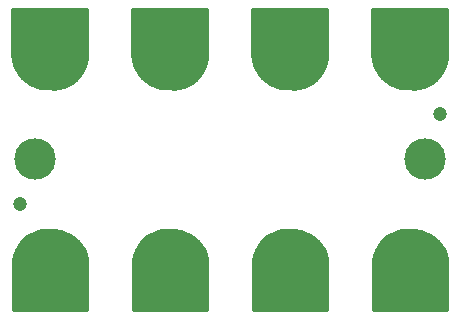
<source format=gbs>
G75*
%MOIN*%
%OFA0B0*%
%FSLAX25Y25*%
%IPPOS*%
%LPD*%
%AMOC8*
5,1,8,0,0,1.08239X$1,22.5*
%
%ADD10C,0.13800*%
%ADD11C,0.04737*%
%ADD12C,0.20800*%
%ADD13C,0.01000*%
D10*
X0148333Y0346400D03*
X0278333Y0346400D03*
D11*
X0283333Y0361400D03*
X0143333Y0331400D03*
D12*
X0153333Y0310400D03*
X0193333Y0310400D03*
X0233333Y0310400D03*
X0273333Y0310400D03*
X0273333Y0382400D03*
X0233333Y0382400D03*
X0193333Y0382400D03*
X0153333Y0382400D03*
D13*
X0141033Y0311200D02*
X0141033Y0296200D01*
X0165833Y0296200D01*
X0165833Y0311600D01*
X0165628Y0313273D01*
X0165186Y0314900D01*
X0164518Y0316448D01*
X0163636Y0317884D01*
X0162558Y0319181D01*
X0161307Y0320311D01*
X0159908Y0321251D01*
X0158389Y0321983D01*
X0156782Y0322491D01*
X0155119Y0322765D01*
X0153433Y0322800D01*
X0151833Y0322846D01*
X0150243Y0322666D01*
X0148694Y0322262D01*
X0147218Y0321643D01*
X0145845Y0320821D01*
X0144601Y0319813D01*
X0143513Y0318640D01*
X0142602Y0317324D01*
X0141886Y0315893D01*
X0141380Y0314374D01*
X0141094Y0312799D01*
X0141033Y0311200D01*
X0141040Y0311378D02*
X0165833Y0311378D01*
X0165833Y0310379D02*
X0141033Y0310379D01*
X0141033Y0309381D02*
X0165833Y0309381D01*
X0165833Y0308382D02*
X0141033Y0308382D01*
X0141033Y0307384D02*
X0165833Y0307384D01*
X0165833Y0306385D02*
X0141033Y0306385D01*
X0141033Y0305387D02*
X0165833Y0305387D01*
X0165833Y0304388D02*
X0141033Y0304388D01*
X0141033Y0303390D02*
X0165833Y0303390D01*
X0165833Y0302391D02*
X0141033Y0302391D01*
X0141033Y0301393D02*
X0165833Y0301393D01*
X0165833Y0300394D02*
X0141033Y0300394D01*
X0141033Y0299396D02*
X0165833Y0299396D01*
X0165833Y0298397D02*
X0141033Y0298397D01*
X0141033Y0297399D02*
X0165833Y0297399D01*
X0165833Y0296400D02*
X0141033Y0296400D01*
X0141078Y0312376D02*
X0165738Y0312376D01*
X0165600Y0313375D02*
X0141198Y0313375D01*
X0141380Y0314373D02*
X0165329Y0314373D01*
X0164983Y0315372D02*
X0141712Y0315372D01*
X0142125Y0316370D02*
X0164551Y0316370D01*
X0163952Y0317369D02*
X0142633Y0317369D01*
X0143324Y0318367D02*
X0163234Y0318367D01*
X0162353Y0319366D02*
X0144186Y0319366D01*
X0145281Y0320364D02*
X0161228Y0320364D01*
X0159677Y0321363D02*
X0146750Y0321363D01*
X0149076Y0322361D02*
X0157193Y0322361D01*
X0181380Y0314374D02*
X0181886Y0315893D01*
X0182602Y0317324D01*
X0183513Y0318640D01*
X0184601Y0319813D01*
X0185845Y0320821D01*
X0187218Y0321643D01*
X0188694Y0322262D01*
X0190243Y0322666D01*
X0191833Y0322846D01*
X0193433Y0322800D01*
X0195119Y0322765D01*
X0196782Y0322491D01*
X0198389Y0321983D01*
X0199908Y0321251D01*
X0201307Y0320311D01*
X0202558Y0319181D01*
X0203636Y0317884D01*
X0204518Y0316448D01*
X0205186Y0314900D01*
X0205628Y0313273D01*
X0205833Y0311600D01*
X0205833Y0296200D01*
X0181033Y0296200D01*
X0181033Y0311200D01*
X0181094Y0312799D01*
X0181380Y0314374D01*
X0181380Y0314373D02*
X0205329Y0314373D01*
X0205600Y0313375D02*
X0181198Y0313375D01*
X0181078Y0312376D02*
X0205738Y0312376D01*
X0205833Y0311378D02*
X0181040Y0311378D01*
X0181033Y0310379D02*
X0205833Y0310379D01*
X0205833Y0309381D02*
X0181033Y0309381D01*
X0181033Y0308382D02*
X0205833Y0308382D01*
X0205833Y0307384D02*
X0181033Y0307384D01*
X0181033Y0306385D02*
X0205833Y0306385D01*
X0205833Y0305387D02*
X0181033Y0305387D01*
X0181033Y0304388D02*
X0205833Y0304388D01*
X0205833Y0303390D02*
X0181033Y0303390D01*
X0181033Y0302391D02*
X0205833Y0302391D01*
X0205833Y0301393D02*
X0181033Y0301393D01*
X0181033Y0300394D02*
X0205833Y0300394D01*
X0205833Y0299396D02*
X0181033Y0299396D01*
X0181033Y0298397D02*
X0205833Y0298397D01*
X0205833Y0297399D02*
X0181033Y0297399D01*
X0181033Y0296400D02*
X0205833Y0296400D01*
X0221033Y0296400D02*
X0245833Y0296400D01*
X0245833Y0296200D02*
X0245833Y0311600D01*
X0245628Y0313273D01*
X0245186Y0314900D01*
X0244518Y0316448D01*
X0243636Y0317884D01*
X0242558Y0319181D01*
X0241307Y0320311D01*
X0239908Y0321251D01*
X0238389Y0321983D01*
X0236782Y0322491D01*
X0235119Y0322765D01*
X0233433Y0322800D01*
X0231833Y0322846D01*
X0230243Y0322666D01*
X0228694Y0322262D01*
X0227218Y0321643D01*
X0225845Y0320821D01*
X0224601Y0319813D01*
X0223513Y0318640D01*
X0222602Y0317324D01*
X0221886Y0315893D01*
X0221380Y0314374D01*
X0221094Y0312799D01*
X0221033Y0311200D01*
X0221033Y0296200D01*
X0245833Y0296200D01*
X0245833Y0297399D02*
X0221033Y0297399D01*
X0221033Y0298397D02*
X0245833Y0298397D01*
X0245833Y0299396D02*
X0221033Y0299396D01*
X0221033Y0300394D02*
X0245833Y0300394D01*
X0245833Y0301393D02*
X0221033Y0301393D01*
X0221033Y0302391D02*
X0245833Y0302391D01*
X0245833Y0303390D02*
X0221033Y0303390D01*
X0221033Y0304388D02*
X0245833Y0304388D01*
X0245833Y0305387D02*
X0221033Y0305387D01*
X0221033Y0306385D02*
X0245833Y0306385D01*
X0245833Y0307384D02*
X0221033Y0307384D01*
X0221033Y0308382D02*
X0245833Y0308382D01*
X0245833Y0309381D02*
X0221033Y0309381D01*
X0221033Y0310379D02*
X0245833Y0310379D01*
X0245833Y0311378D02*
X0221040Y0311378D01*
X0221078Y0312376D02*
X0245738Y0312376D01*
X0245600Y0313375D02*
X0221198Y0313375D01*
X0221380Y0314373D02*
X0245329Y0314373D01*
X0244983Y0315372D02*
X0221712Y0315372D01*
X0222125Y0316370D02*
X0244551Y0316370D01*
X0243952Y0317369D02*
X0222633Y0317369D01*
X0223324Y0318367D02*
X0243234Y0318367D01*
X0242353Y0319366D02*
X0224186Y0319366D01*
X0225281Y0320364D02*
X0241228Y0320364D01*
X0239677Y0321363D02*
X0226750Y0321363D01*
X0229076Y0322361D02*
X0237193Y0322361D01*
X0261380Y0314374D02*
X0261886Y0315893D01*
X0262602Y0317324D01*
X0263513Y0318640D01*
X0264601Y0319813D01*
X0265845Y0320821D01*
X0267218Y0321643D01*
X0268694Y0322262D01*
X0270243Y0322666D01*
X0271833Y0322846D01*
X0273433Y0322800D01*
X0275119Y0322765D01*
X0276782Y0322491D01*
X0278389Y0321983D01*
X0279908Y0321251D01*
X0281307Y0320311D01*
X0282558Y0319181D01*
X0283636Y0317884D01*
X0284518Y0316448D01*
X0285186Y0314900D01*
X0285628Y0313273D01*
X0285833Y0311600D01*
X0285833Y0296200D01*
X0261033Y0296200D01*
X0261033Y0311200D01*
X0261094Y0312799D01*
X0261380Y0314374D01*
X0261380Y0314373D02*
X0285329Y0314373D01*
X0285600Y0313375D02*
X0261198Y0313375D01*
X0261078Y0312376D02*
X0285738Y0312376D01*
X0285833Y0311378D02*
X0261040Y0311378D01*
X0261033Y0310379D02*
X0285833Y0310379D01*
X0285833Y0309381D02*
X0261033Y0309381D01*
X0261033Y0308382D02*
X0285833Y0308382D01*
X0285833Y0307384D02*
X0261033Y0307384D01*
X0261033Y0306385D02*
X0285833Y0306385D01*
X0285833Y0305387D02*
X0261033Y0305387D01*
X0261033Y0304388D02*
X0285833Y0304388D01*
X0285833Y0303390D02*
X0261033Y0303390D01*
X0261033Y0302391D02*
X0285833Y0302391D01*
X0285833Y0301393D02*
X0261033Y0301393D01*
X0261033Y0300394D02*
X0285833Y0300394D01*
X0285833Y0299396D02*
X0261033Y0299396D01*
X0261033Y0298397D02*
X0285833Y0298397D01*
X0285833Y0297399D02*
X0261033Y0297399D01*
X0261033Y0296400D02*
X0285833Y0296400D01*
X0284983Y0315372D02*
X0261712Y0315372D01*
X0262125Y0316370D02*
X0284551Y0316370D01*
X0283952Y0317369D02*
X0262633Y0317369D01*
X0263324Y0318367D02*
X0283234Y0318367D01*
X0282353Y0319366D02*
X0264186Y0319366D01*
X0265281Y0320364D02*
X0281228Y0320364D01*
X0279677Y0321363D02*
X0266750Y0321363D01*
X0269076Y0322361D02*
X0277193Y0322361D01*
X0274833Y0369954D02*
X0273233Y0370000D01*
X0271548Y0370035D01*
X0269885Y0370309D01*
X0268277Y0370817D01*
X0266759Y0371549D01*
X0265359Y0372489D01*
X0264108Y0373619D01*
X0263031Y0374916D01*
X0262149Y0376352D01*
X0261480Y0377900D01*
X0261039Y0379527D01*
X0260833Y0381200D01*
X0260833Y0396600D01*
X0285633Y0396600D01*
X0285633Y0381600D01*
X0285573Y0380001D01*
X0285287Y0378426D01*
X0284781Y0376907D01*
X0284065Y0375476D01*
X0283153Y0374160D01*
X0282065Y0372987D01*
X0280822Y0371979D01*
X0279448Y0371157D01*
X0277972Y0370538D01*
X0276423Y0370134D01*
X0274833Y0369954D01*
X0277020Y0370290D02*
X0270000Y0370290D01*
X0267299Y0371288D02*
X0279667Y0371288D01*
X0281202Y0372287D02*
X0265661Y0372287D01*
X0264478Y0373285D02*
X0282342Y0373285D01*
X0283239Y0374284D02*
X0263556Y0374284D01*
X0262806Y0375282D02*
X0283931Y0375282D01*
X0284467Y0376281D02*
X0262193Y0376281D01*
X0261748Y0377279D02*
X0284905Y0377279D01*
X0285237Y0378278D02*
X0261378Y0378278D01*
X0261107Y0379276D02*
X0285441Y0379276D01*
X0285583Y0380275D02*
X0260947Y0380275D01*
X0260833Y0381273D02*
X0285621Y0381273D01*
X0285633Y0382272D02*
X0260833Y0382272D01*
X0260833Y0383270D02*
X0285633Y0383270D01*
X0285633Y0384269D02*
X0260833Y0384269D01*
X0260833Y0385268D02*
X0285633Y0385268D01*
X0285633Y0386266D02*
X0260833Y0386266D01*
X0260833Y0387265D02*
X0285633Y0387265D01*
X0285633Y0388263D02*
X0260833Y0388263D01*
X0260833Y0389262D02*
X0285633Y0389262D01*
X0285633Y0390260D02*
X0260833Y0390260D01*
X0260833Y0391259D02*
X0285633Y0391259D01*
X0285633Y0392257D02*
X0260833Y0392257D01*
X0260833Y0393256D02*
X0285633Y0393256D01*
X0285633Y0394254D02*
X0260833Y0394254D01*
X0260833Y0395253D02*
X0285633Y0395253D01*
X0285633Y0396251D02*
X0260833Y0396251D01*
X0245633Y0396251D02*
X0220833Y0396251D01*
X0220833Y0396600D02*
X0220833Y0381200D01*
X0221039Y0379527D01*
X0221480Y0377900D01*
X0222149Y0376352D01*
X0223031Y0374916D01*
X0224108Y0373619D01*
X0225359Y0372489D01*
X0226759Y0371549D01*
X0228277Y0370817D01*
X0229885Y0370309D01*
X0231548Y0370035D01*
X0233233Y0370000D01*
X0234833Y0369954D01*
X0236423Y0370134D01*
X0237972Y0370538D01*
X0239448Y0371157D01*
X0240822Y0371979D01*
X0242065Y0372987D01*
X0243153Y0374160D01*
X0244065Y0375476D01*
X0244781Y0376907D01*
X0245287Y0378426D01*
X0245573Y0380001D01*
X0245633Y0381600D01*
X0245633Y0396600D01*
X0220833Y0396600D01*
X0220833Y0395253D02*
X0245633Y0395253D01*
X0245633Y0394254D02*
X0220833Y0394254D01*
X0220833Y0393256D02*
X0245633Y0393256D01*
X0245633Y0392257D02*
X0220833Y0392257D01*
X0220833Y0391259D02*
X0245633Y0391259D01*
X0245633Y0390260D02*
X0220833Y0390260D01*
X0220833Y0389262D02*
X0245633Y0389262D01*
X0245633Y0388263D02*
X0220833Y0388263D01*
X0220833Y0387265D02*
X0245633Y0387265D01*
X0245633Y0386266D02*
X0220833Y0386266D01*
X0220833Y0385268D02*
X0245633Y0385268D01*
X0245633Y0384269D02*
X0220833Y0384269D01*
X0220833Y0383270D02*
X0245633Y0383270D01*
X0245633Y0382272D02*
X0220833Y0382272D01*
X0220833Y0381273D02*
X0245621Y0381273D01*
X0245583Y0380275D02*
X0220947Y0380275D01*
X0221107Y0379276D02*
X0245441Y0379276D01*
X0245237Y0378278D02*
X0221378Y0378278D01*
X0221748Y0377279D02*
X0244905Y0377279D01*
X0244467Y0376281D02*
X0222193Y0376281D01*
X0222806Y0375282D02*
X0243931Y0375282D01*
X0243239Y0374284D02*
X0223556Y0374284D01*
X0224478Y0373285D02*
X0242342Y0373285D01*
X0241202Y0372287D02*
X0225661Y0372287D01*
X0227299Y0371288D02*
X0239667Y0371288D01*
X0237020Y0370290D02*
X0230000Y0370290D01*
X0205287Y0378426D02*
X0204781Y0376907D01*
X0204065Y0375476D01*
X0203153Y0374160D01*
X0202065Y0372987D01*
X0200822Y0371979D01*
X0199448Y0371157D01*
X0197972Y0370538D01*
X0196423Y0370134D01*
X0194833Y0369954D01*
X0193233Y0370000D01*
X0191548Y0370035D01*
X0189885Y0370309D01*
X0188277Y0370817D01*
X0186759Y0371549D01*
X0185359Y0372489D01*
X0184108Y0373619D01*
X0183031Y0374916D01*
X0182149Y0376352D01*
X0181480Y0377900D01*
X0181039Y0379527D01*
X0180833Y0381200D01*
X0180833Y0396600D01*
X0205633Y0396600D01*
X0205633Y0381600D01*
X0205573Y0380001D01*
X0205287Y0378426D01*
X0205237Y0378278D02*
X0181378Y0378278D01*
X0181107Y0379276D02*
X0205441Y0379276D01*
X0205583Y0380275D02*
X0180947Y0380275D01*
X0180833Y0381273D02*
X0205621Y0381273D01*
X0205633Y0382272D02*
X0180833Y0382272D01*
X0180833Y0383270D02*
X0205633Y0383270D01*
X0205633Y0384269D02*
X0180833Y0384269D01*
X0180833Y0385268D02*
X0205633Y0385268D01*
X0205633Y0386266D02*
X0180833Y0386266D01*
X0180833Y0387265D02*
X0205633Y0387265D01*
X0205633Y0388263D02*
X0180833Y0388263D01*
X0180833Y0389262D02*
X0205633Y0389262D01*
X0205633Y0390260D02*
X0180833Y0390260D01*
X0180833Y0391259D02*
X0205633Y0391259D01*
X0205633Y0392257D02*
X0180833Y0392257D01*
X0180833Y0393256D02*
X0205633Y0393256D01*
X0205633Y0394254D02*
X0180833Y0394254D01*
X0180833Y0395253D02*
X0205633Y0395253D01*
X0205633Y0396251D02*
X0180833Y0396251D01*
X0165633Y0396251D02*
X0140833Y0396251D01*
X0140833Y0396600D02*
X0140833Y0381200D01*
X0141039Y0379527D01*
X0141480Y0377900D01*
X0142149Y0376352D01*
X0143031Y0374916D01*
X0144108Y0373619D01*
X0145359Y0372489D01*
X0146759Y0371549D01*
X0148277Y0370817D01*
X0149885Y0370309D01*
X0151548Y0370035D01*
X0153233Y0370000D01*
X0154833Y0369954D01*
X0156423Y0370134D01*
X0157972Y0370538D01*
X0159448Y0371157D01*
X0160822Y0371979D01*
X0162065Y0372987D01*
X0163153Y0374160D01*
X0164065Y0375476D01*
X0164781Y0376907D01*
X0165287Y0378426D01*
X0165573Y0380001D01*
X0165633Y0381600D01*
X0165633Y0396600D01*
X0140833Y0396600D01*
X0140833Y0395253D02*
X0165633Y0395253D01*
X0165633Y0394254D02*
X0140833Y0394254D01*
X0140833Y0393256D02*
X0165633Y0393256D01*
X0165633Y0392257D02*
X0140833Y0392257D01*
X0140833Y0391259D02*
X0165633Y0391259D01*
X0165633Y0390260D02*
X0140833Y0390260D01*
X0140833Y0389262D02*
X0165633Y0389262D01*
X0165633Y0388263D02*
X0140833Y0388263D01*
X0140833Y0387265D02*
X0165633Y0387265D01*
X0165633Y0386266D02*
X0140833Y0386266D01*
X0140833Y0385268D02*
X0165633Y0385268D01*
X0165633Y0384269D02*
X0140833Y0384269D01*
X0140833Y0383270D02*
X0165633Y0383270D01*
X0165633Y0382272D02*
X0140833Y0382272D01*
X0140833Y0381273D02*
X0165621Y0381273D01*
X0165583Y0380275D02*
X0140947Y0380275D01*
X0141107Y0379276D02*
X0165441Y0379276D01*
X0165237Y0378278D02*
X0141378Y0378278D01*
X0141748Y0377279D02*
X0164905Y0377279D01*
X0164467Y0376281D02*
X0142193Y0376281D01*
X0142806Y0375282D02*
X0163931Y0375282D01*
X0163239Y0374284D02*
X0143556Y0374284D01*
X0144478Y0373285D02*
X0162342Y0373285D01*
X0161202Y0372287D02*
X0145661Y0372287D01*
X0147299Y0371288D02*
X0159667Y0371288D01*
X0157020Y0370290D02*
X0150000Y0370290D01*
X0181748Y0377279D02*
X0204905Y0377279D01*
X0204467Y0376281D02*
X0182193Y0376281D01*
X0182806Y0375282D02*
X0203931Y0375282D01*
X0203239Y0374284D02*
X0183556Y0374284D01*
X0184478Y0373285D02*
X0202342Y0373285D01*
X0201202Y0372287D02*
X0185661Y0372287D01*
X0187299Y0371288D02*
X0199667Y0371288D01*
X0197020Y0370290D02*
X0190000Y0370290D01*
X0189076Y0322361D02*
X0197193Y0322361D01*
X0199677Y0321363D02*
X0186750Y0321363D01*
X0185281Y0320364D02*
X0201228Y0320364D01*
X0202353Y0319366D02*
X0184186Y0319366D01*
X0183324Y0318367D02*
X0203234Y0318367D01*
X0203952Y0317369D02*
X0182633Y0317369D01*
X0182125Y0316370D02*
X0204551Y0316370D01*
X0204983Y0315372D02*
X0181712Y0315372D01*
M02*

</source>
